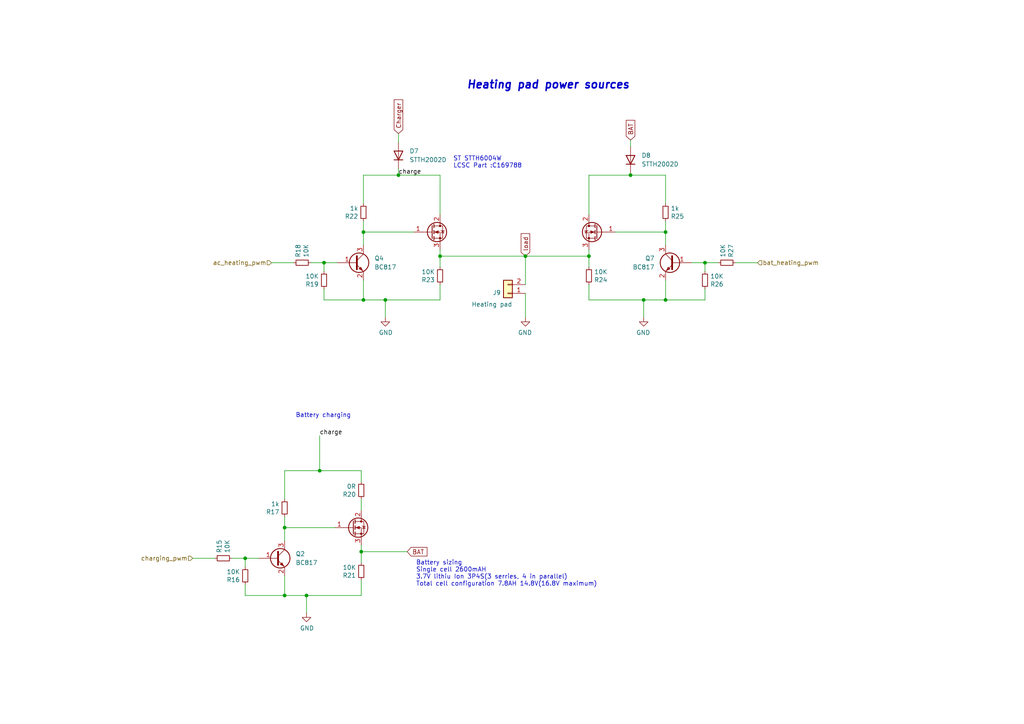
<source format=kicad_sch>
(kicad_sch (version 20230121) (generator eeschema)
  (paper "A4")
  (title_block (title "Neonest v 1.3") (date "2025-08-07") (company "Che innovations"))
  (lib_symbols
    (symbol "Connector_Generic:Conn_01x02" (pin_names (offset 1.016) hide)
      (property "Reference" "J" (at 0 2.54 0))
      (property "Value" "Conn_01x02" (at 0 -5.08 0))
      (symbol "Conn_01x02_1_1"
        (rectangle (start -1.27 -2.413) (end 0 -2.667) (stroke (width 0.1524)))
        (rectangle (start -1.27 0.127) (end 0 -0.127) (stroke (width 0.1524)))
        (rectangle (start -1.27 1.27) (end 1.27 -3.81) (stroke (width 0.254)) (fill (type background)))
        (pin passive line (at -5.08 0 0) (length 3.81) (name "Pin_1") (number "1"))
        (pin passive line (at -5.08 -2.54 0) (length 3.81) (name "Pin_2") (number "2"))
      )
    )
    (symbol "Device:R_Small" (pin_numbers hide) (pin_names (offset 0.254) hide)
      (property "Reference" "R" (at 0.762 0.508 0))
      (property "Value" "R_Small" (at 0.762 -1.016 0))
      (symbol "R_Small_0_1"
        (rectangle (start -0.762 1.778) (end 0.762 -1.778) (stroke (width 0.2032)))
      )
      (symbol "R_Small_1_1"
        (pin passive line (at 0 2.54 270) (length 0.762) (name "~") (number "1"))
        (pin passive line (at 0 -2.54 90) (length 0.762) (name "~") (number "2"))
      )
    )
    (symbol "Diode:STTH2002D" (pin_numbers hide) (pin_names hide)
      (property "Reference" "D" (at 0 2.54 0))
      (property "Value" "STTH2002D" (at 0 -2.54 0))
      (symbol "STTH2002D_0_0"
        (pin no_connect line (at 0 0 90) (length 2.54) hide (name "NC") (number "3"))
      )
      (symbol "STTH2002D_0_1"
        (polyline (pts (xy -1.27 1.27) (xy -1.27 -1.27)) (stroke (width 0.254)))
        (polyline (pts (xy 1.27 0) (xy -1.27 0)))
        (polyline (pts (xy 1.27 1.27) (xy 1.27 -1.27) (xy -1.27 0) (xy 1.27 1.27)) (stroke (width 0.254)))
      )
      (symbol "STTH2002D_1_1"
        (pin passive line (at -3.81 0 0) (length 2.54) (name "K") (number "1"))
        (pin passive line (at 3.81 0 180) (length 2.54) (name "A") (number "2"))
      )
    )
    (symbol "Transistor_BJT:BC817" (pin_names (offset 0) hide)
      (property "Reference" "Q" (at 5.08 1.905 0))
      (property "Value" "BC817" (at 5.08 0 0))
      (symbol "BC817_0_1"
        (polyline (pts (xy 0.635 0.635) (xy 2.54 2.54)))
        (polyline (pts (xy 0.635 -0.635) (xy 2.54 -2.54) (xy 2.54 -2.54)))
        (polyline (pts (xy 0.635 1.905) (xy 0.635 -1.905) (xy 0.635 -1.905)) (stroke (width 0.508)))
        (polyline (pts (xy 1.27 -1.778) (xy 1.778 -1.27) (xy 2.286 -2.286) (xy 1.27 -1.778) (xy 1.27 -1.778)) (fill (type outline)))
        (circle (center 1.27 0) (radius 2.8194) (stroke (width 0.254)))
      )
      (symbol "BC817_1_1"
        (pin input line (at -5.08 0 0) (length 5.715) (name "B") (number "1"))
        (pin passive line (at 2.54 -5.08 90) (length 2.54) (name "E") (number "2"))
        (pin passive line (at 2.54 5.08 270) (length 2.54) (name "C") (number "3"))
      )
    )
    (symbol "Transistor_FET:STB33N65M2" (pin_names hide)
      (property "Reference" "Q" (at 5.08 1.905 0))
      (property "Value" "STB33N65M2" (at 5.08 0 0))
      (symbol "STB33N65M2_0_1"
        (polyline (pts (xy 0.254 0) (xy -2.54 0)))
        (polyline (pts (xy 0.254 1.905) (xy 0.254 -1.905)) (stroke (width 0.254)))
        (polyline (pts (xy 0.762 -1.27) (xy 0.762 -2.286)) (stroke (width 0.254)))
        (polyline (pts (xy 0.762 0.508) (xy 0.762 -0.508)) (stroke (width 0.254)))
        (polyline (pts (xy 0.762 2.286) (xy 0.762 1.27)) (stroke (width 0.254)))
        (polyline (pts (xy 2.54 2.54) (xy 2.54 1.778)))
        (polyline (pts (xy 2.54 -2.54) (xy 2.54 0) (xy 0.762 0)))
        (polyline (pts (xy 0.762 -1.778) (xy 3.302 -1.778) (xy 3.302 1.778) (xy 0.762 1.778)))
        (polyline (pts (xy 1.016 0) (xy 2.032 0.381) (xy 2.032 -0.381) (xy 1.016 0)) (fill (type outline)))
        (polyline (pts (xy 2.794 0.508) (xy 2.921 0.381) (xy 3.683 0.381) (xy 3.81 0.254)))
        (polyline (pts (xy 3.302 0.381) (xy 2.921 -0.254) (xy 3.683 -0.254) (xy 3.302 0.381)))
        (circle (center 1.651 0) (radius 2.794) (stroke (width 0.254)))
        (circle (center 2.54 -1.778) (radius 0.254) (fill (type outline)))
        (circle (center 2.54 1.778) (radius 0.254) (fill (type outline)))
      )
      (symbol "STB33N65M2_1_1"
        (pin passive line (at -5.08 0 0) (length 2.54) (name "G") (number "1"))
        (pin passive line (at 2.54 5.08 270) (length 2.54) (name "D") (number "2"))
        (pin passive line (at 2.54 -5.08 90) (length 2.54) (name "S") (number "3"))
      )
    )
    (symbol "power:GND" (power) (pin_names (offset 0))
      (property "Value" "GND" (at 0 -3.81 0))
      (symbol "GND_0_1"
        (polyline (pts (xy 0 0) (xy 0 -1.27) (xy 1.27 -1.27) (xy 0 -2.54) (xy -1.27 -1.27) (xy 0 -1.27)))
      )
      (symbol "GND_1_1"
        (pin power_in line (at 0 0 270) (length 0) hide (name "GND") (number "1"))
      )
    )
  )
  (junction (at 111.76 86.995))
  (junction (at 105.41 67.31))
  (junction (at 193.04 67.31))
  (junction (at 82.55 153.035))
  (junction (at 104.775 160.02))
  (junction (at 170.815 74.295))
  (junction (at 71.12 161.925))
  (junction (at 193.04 86.995))
  (junction (at 105.41 86.995))
  (junction (at 182.88 50.8))
  (junction (at 186.69 86.995))
  (junction (at 115.57 50.8))
  (junction (at 152.4 74.295))
  (junction (at 127.635 74.295))
  (junction (at 92.71 136.525))
  (junction (at 88.9 172.72))
  (junction (at 204.47 76.2))
  (junction (at 82.55 172.72))
  (junction (at 93.98 76.2))
  (wire (pts (xy 111.76 86.995) (xy 111.76 92.075)))
  (wire (pts (xy 115.57 50.8) (xy 105.41 50.8)))
  (wire (pts (xy 193.04 67.31) (xy 178.435 67.31)))
  (wire (pts (xy 71.12 172.72) (xy 82.55 172.72)))
  (wire (pts (xy 186.69 86.995) (xy 193.04 86.995)))
  (wire (pts (xy 104.775 136.525) (xy 92.71 136.525)))
  (wire (pts (xy 193.04 81.28) (xy 193.04 86.995)))
  (wire (pts (xy 111.76 86.995) (xy 105.41 86.995)))
  (wire (pts (xy 104.775 139.7) (xy 104.775 136.525)))
  (wire (pts (xy 71.12 161.925) (xy 71.12 164.465)))
  (wire (pts (xy 186.69 86.995) (xy 186.69 92.075)))
  (wire (pts (xy 105.41 81.28) (xy 105.41 86.995)))
  (wire (pts (xy 93.98 86.995) (xy 105.41 86.995)))
  (wire (pts (xy 127.635 50.8) (xy 115.57 50.8)))
  (wire (pts (xy 92.71 136.525) (xy 82.55 136.525)))
  (wire (pts (xy 105.41 64.135) (xy 105.41 67.31)))
  (wire (pts (xy 204.47 86.995) (xy 193.04 86.995)))
  (wire (pts (xy 67.31 161.925) (xy 71.12 161.925)))
  (wire (pts (xy 193.04 64.135) (xy 193.04 67.31)))
  (wire (pts (xy 88.9 172.72) (xy 82.55 172.72)))
  (wire (pts (xy 82.55 149.86) (xy 82.55 153.035)))
  (wire (pts (xy 88.9 172.72) (xy 88.9 177.8)))
  (wire (pts (xy 170.815 74.295) (xy 170.815 77.47)))
  (wire (pts (xy 182.88 50.165) (xy 182.88 50.8)))
  (wire (pts (xy 105.41 67.31) (xy 120.015 67.31)))
  (wire (pts (xy 204.47 76.2) (xy 200.66 76.2)))
  (wire (pts (xy 78.74 76.2) (xy 85.09 76.2)))
  (wire (pts (xy 152.4 74.295) (xy 152.4 82.55)))
  (wire (pts (xy 204.47 83.82) (xy 204.47 86.995)))
  (wire (pts (xy 127.635 86.995) (xy 111.76 86.995)))
  (wire (pts (xy 93.98 83.82) (xy 93.98 86.995)))
  (wire (pts (xy 170.815 50.8) (xy 170.815 62.23)))
  (wire (pts (xy 104.775 147.955) (xy 104.775 144.78)))
  (wire (pts (xy 55.88 161.925) (xy 62.23 161.925)))
  (wire (pts (xy 208.28 76.2) (xy 204.47 76.2)))
  (wire (pts (xy 127.635 72.39) (xy 127.635 74.295)))
  (wire (pts (xy 115.57 38.735) (xy 115.57 41.275)))
  (wire (pts (xy 127.635 62.23) (xy 127.635 50.8)))
  (wire (pts (xy 193.04 50.8) (xy 193.04 59.055)))
  (wire (pts (xy 127.635 82.55) (xy 127.635 86.995)))
  (wire (pts (xy 127.635 74.295) (xy 127.635 77.47)))
  (wire (pts (xy 82.55 167.005) (xy 82.55 172.72)))
  (wire (pts (xy 152.4 85.09) (xy 152.4 92.075)))
  (wire (pts (xy 170.815 74.295) (xy 152.4 74.295)))
  (wire (pts (xy 204.47 76.2) (xy 204.47 78.74)))
  (wire (pts (xy 104.775 160.02) (xy 118.11 160.02)))
  (wire (pts (xy 104.775 172.72) (xy 88.9 172.72)))
  (wire (pts (xy 105.41 67.31) (xy 105.41 71.12)))
  (wire (pts (xy 90.17 76.2) (xy 93.98 76.2)))
  (wire (pts (xy 182.88 40.64) (xy 182.88 42.545)))
  (wire (pts (xy 104.775 168.275) (xy 104.775 172.72)))
  (wire (pts (xy 71.12 161.925) (xy 74.93 161.925)))
  (wire (pts (xy 82.55 153.035) (xy 97.155 153.035)))
  (wire (pts (xy 127.635 74.295) (xy 152.4 74.295)))
  (wire (pts (xy 92.71 126.365) (xy 92.71 136.525)))
  (wire (pts (xy 170.815 82.55) (xy 170.815 86.995)))
  (wire (pts (xy 182.88 50.8) (xy 193.04 50.8)))
  (wire (pts (xy 170.815 86.995) (xy 186.69 86.995)))
  (wire (pts (xy 104.775 160.02) (xy 104.775 163.195)))
  (wire (pts (xy 93.98 76.2) (xy 93.98 78.74)))
  (wire (pts (xy 170.815 72.39) (xy 170.815 74.295)))
  (wire (pts (xy 82.55 136.525) (xy 82.55 144.78)))
  (wire (pts (xy 82.55 153.035) (xy 82.55 156.845)))
  (wire (pts (xy 115.57 48.895) (xy 115.57 50.8)))
  (wire (pts (xy 104.775 158.115) (xy 104.775 160.02)))
  (wire (pts (xy 93.98 76.2) (xy 97.79 76.2)))
  (wire (pts (xy 105.41 50.8) (xy 105.41 59.055)))
  (wire (pts (xy 71.12 169.545) (xy 71.12 172.72)))
  (wire (pts (xy 219.71 76.2) (xy 213.36 76.2)))
  (wire (pts (xy 193.04 67.31) (xy 193.04 71.12)))
  (wire (pts (xy 170.815 50.8) (xy 182.88 50.8)))
  (text "ST STTH6004W\nLCSC Part :C169788\n" (at 131.445 48.895 0) (effects (font (size 1.27 1.27)) (justify left bottom)))
  (text "Battery charging" (at 85.725 121.285 0) (effects (font (size 1.27 1.27)) (justify left bottom)))
  (text "Heating pad power sources" (at 135.255 26.035 0) (effects (font (size 2.2606 2.2606) (thickness 0.4521) bold italic) (justify left bottom)))
  (text "Battery sizing\nSingle cell 2600mAH\n3.7V lithiu Ion 3P4S(3 serries, 4 in parallel)\nTotal cell configuration 7.8AH 14.8V(16.8V maximum)\n" (at 120.65 170.18 0) (effects (font (size 1.27 1.27)) (justify left bottom)))
  (label "charge" (at 92.71 126.365 0))
  (label "charge" (at 115.57 50.8 0))
  (global_label "load" (shape input) (at 152.4 74.295 90) (property "Intersheetrefs" "${INTERSHEET_REFS}" (effects hide)))
  (global_label "BAT" (shape input) (at 182.88 40.64 90) (property "Intersheetrefs" "${INTERSHEET_REFS}" (effects hide)))
  (global_label "BAT" (shape input) (at 118.11 160.02 0) (property "Intersheetrefs" "${INTERSHEET_REFS}" (effects hide)))
  (global_label "Charger" (shape input) (at 115.57 38.735 90) (property "Intersheetrefs" "${INTERSHEET_REFS}" (effects hide)))
  (hierarchical_label "ac_heating_pwm" (shape input) (at 78.74 76.2 180))
  (hierarchical_label "bat_heating_pwm" (shape input) (at 219.71 76.2 0))
  (hierarchical_label "charging_pwm" (shape input) (at 55.88 161.925 180))
  (symbol (lib_id "Device:R_Small") (at 127.635 80.01 180) (unit 1)
    (property "Reference" "R23" (at 126.1364 81.1784 0) (effects (justify left)))
    (property "Value" "10K" (at 126.1364 78.867 0) (effects (justify left)))
    (property "Footprint" "Resistor_SMD:R_0603_1608Metric" (effects hide))
  )
  (symbol (lib_id "Transistor_BJT:BC817") (at 80.01 161.925 0) (unit 1)
    (property "Reference" "Q2" (at 85.725 160.655 0) (effects (justify left)))
    (property "Value" "BC817" (at 85.725 163.195 0) (effects (justify left)))
    (property "Footprint" "Package_TO_SOT_SMD:SOT-23" (effects hide))
    (property "Datasheet" "https://www.onsemi.com/pub/Collateral/BC818-D.pdf" (effects hide))
  )
  (symbol (lib_id "Device:R_Small") (at 104.775 142.24 180) (unit 1)
    (property "Reference" "R20" (at 103.2764 143.4084 0) (effects (justify left)))
    (property "Value" "0R" (at 103.2764 141.097 0) (effects (justify left)))
    (property "Footprint" "Resistor_SMD:R_0603_1608Metric" (effects hide))
  )
  (symbol (lib_id "power:GND") (at 88.9 177.8 0) (unit 1)
    (property "Reference" "#PWR051" (effects hide))
    (property "Value" "GND" (at 89.027 182.1942 0))
  )
  (symbol (lib_id "Device:R_Small") (at 193.04 61.595 0) (mirror x) (unit 1)
    (property "Reference" "R25" (at 194.5386 62.7634 0) (effects (justify left)))
    (property "Value" "1k" (at 194.5386 60.452 0) (effects (justify left)))
    (property "Footprint" "Resistor_SMD:R_0603_1608Metric" (effects hide))
  )
  (symbol (lib_id "power:GND") (at 111.76 92.075 0) (unit 1)
    (property "Reference" "#PWR052" (effects hide))
    (property "Value" "GND" (at 111.887 96.4692 0))
  )
  (symbol (lib_id "Device:R_Small") (at 82.55 147.32 180) (unit 1)
    (property "Reference" "R17" (at 81.0514 148.4884 0) (effects (justify left)))
    (property "Value" "1k" (at 81.0514 146.177 0) (effects (justify left)))
    (property "Footprint" "Resistor_SMD:R_0603_1608Metric" (effects hide))
  )
  (symbol (lib_id "Device:R_Small") (at 93.98 81.28 180) (unit 1)
    (property "Reference" "R19" (at 92.4814 82.4484 0) (effects (justify left)))
    (property "Value" "10K" (at 92.4814 80.137 0) (effects (justify left)))
    (property "Footprint" "Resistor_SMD:R_0603_1608Metric" (effects hide))
  )
  (symbol (lib_id "Device:R_Small") (at 104.775 165.735 180) (unit 1)
    (property "Reference" "R21" (at 103.2764 166.9034 0) (effects (justify left)))
    (property "Value" "10K" (at 103.2764 164.592 0) (effects (justify left)))
    (property "Footprint" "Resistor_SMD:R_0603_1608Metric" (effects hide))
  )
  (symbol (lib_id "Device:R_Small") (at 210.82 76.2 270) (mirror x) (unit 1)
    (property "Reference" "R27" (at 211.9884 74.7014 0) (effects (justify left)))
    (property "Value" "10K" (at 209.677 74.7014 0) (effects (justify left)))
    (property "Footprint" "Resistor_SMD:R_0603_1608Metric" (effects hide))
  )
  (symbol (lib_id "Device:R_Small") (at 105.41 61.595 180) (unit 1)
    (property "Reference" "R22" (at 103.9114 62.7634 0) (effects (justify left)))
    (property "Value" "1k" (at 103.9114 60.452 0) (effects (justify left)))
    (property "Footprint" "Resistor_SMD:R_0603_1608Metric" (effects hide))
  )
  (symbol (lib_id "Transistor_FET:STB33N65M2") (at 125.095 67.31 0) (unit 1)
    (property "Reference" "Q5" (effects hide))
    (property "Value" "STB33N65M2" (effects hide))
    (property "Footprint" "Package_TO_SOT_THT:TO-262-3_Vertical" (effects hide))
    (property "Datasheet" "https://www.st.com/resource/en/datasheet/stb33n65m2.pdf" (effects hide))
  )
  (symbol (lib_id "Diode:STTH2002D") (at 182.88 46.355 90) (unit 1)
    (property "Reference" "D8" (at 186.055 45.085 90) (effects (justify right)))
    (property "Value" "STTH2002D" (at 186.055 47.625 90) (effects (justify right)))
    (property "Footprint" "Package_TO_SOT_THT:TO-220-2_Vertical" (effects hide))
    (property "Datasheet" "https://www.st.com/resource/en/datasheet/stth2002.pdf" (effects hide))
  )
  (symbol (lib_id "Device:R_Small") (at 170.815 80.01 0) (mirror x) (unit 1)
    (property "Reference" "R24" (at 172.3136 81.1784 0) (effects (justify left)))
    (property "Value" "10K" (at 172.3136 78.867 0) (effects (justify left)))
    (property "Footprint" "Resistor_SMD:R_0603_1608Metric" (effects hide))
  )
  (symbol (lib_id "Transistor_FET:STB33N65M2") (at 173.355 67.31 0) (mirror y) (unit 1)
    (property "Reference" "Q6" (effects hide))
    (property "Value" "STB33N65M2" (effects hide))
    (property "Footprint" "Package_TO_SOT_THT:TO-262-3_Vertical" (effects hide))
    (property "Datasheet" "https://www.st.com/resource/en/datasheet/stb33n65m2.pdf" (effects hide))
  )
  (symbol (lib_id "Device:R_Small") (at 87.63 76.2 90) (unit 1)
    (property "Reference" "R18" (at 86.4616 74.7014 0) (effects (justify left)))
    (property "Value" "10K" (at 88.773 74.7014 0) (effects (justify left)))
    (property "Footprint" "Resistor_SMD:R_0603_1608Metric" (effects hide))
  )
  (symbol (lib_id "Transistor_BJT:BC817") (at 195.58 76.2 0) (mirror y) (unit 1)
    (property "Reference" "Q7" (at 189.865 74.93 0) (effects (justify left)))
    (property "Value" "BC817" (at 189.865 77.47 0) (effects (justify left)))
    (property "Footprint" "Package_TO_SOT_SMD:SOT-23" (effects hide))
    (property "Datasheet" "https://www.onsemi.com/pub/Collateral/BC818-D.pdf" (effects hide))
  )
  (symbol (lib_id "Transistor_FET:STB33N65M2") (at 102.235 153.035 0) (unit 1)
    (property "Reference" "Q3" (effects hide))
    (property "Value" "STB33N65M2" (effects hide))
    (property "Footprint" "Package_TO_SOT_THT:TO-262-3_Vertical" (effects hide))
    (property "Datasheet" "https://www.st.com/resource/en/datasheet/stb33n65m2.pdf" (effects hide))
  )
  (symbol (lib_id "power:GND") (at 186.69 92.075 0) (mirror y) (unit 1)
    (property "Reference" "#PWR054" (effects hide))
    (property "Value" "GND" (at 186.563 96.4692 0))
  )
  (symbol (lib_id "Device:R_Small") (at 204.47 81.28 0) (mirror x) (unit 1)
    (property "Reference" "R26" (at 205.9686 82.4484 0) (effects (justify left)))
    (property "Value" "10K" (at 205.9686 80.137 0) (effects (justify left)))
    (property "Footprint" "Resistor_SMD:R_0603_1608Metric" (effects hide))
  )
  (symbol (lib_id "power:GND") (at 152.4 92.075 0) (mirror y) (unit 1)
    (property "Reference" "#PWR053" (effects hide))
    (property "Value" "GND" (at 152.273 96.4692 0))
  )
  (symbol (lib_id "Diode:STTH2002D") (at 115.57 45.085 90) (unit 1)
    (property "Reference" "D7" (at 118.745 43.815 90) (effects (justify right)))
    (property "Value" "STTH2002D" (at 118.745 46.355 90) (effects (justify right)))
    (property "Footprint" "Package_TO_SOT_THT:TO-220-2_Vertical" (effects hide))
    (property "Datasheet" "https://www.st.com/resource/en/datasheet/stth2002.pdf" (effects hide))
  )
  (symbol (lib_id "Connector_Generic:Conn_01x02") (at 147.32 85.09 180) (unit 1)
    (property "Reference" "J9" (at 145.288 84.8868 0) (effects (justify left)))
    (property "Value" "Heating pad" (at 148.59 88.265 0) (effects (justify left)))
    (property "Footprint" "25A_Terminal_Block:TerminalBlock_Dinkle_DT-55-B01X-02_P10.00mm" (effects hide))
  )
  (symbol (lib_id "Device:R_Small") (at 64.77 161.925 90) (unit 1)
    (property "Reference" "R15" (at 63.6016 160.4264 0) (effects (justify left)))
    (property "Value" "10K" (at 65.913 160.4264 0) (effects (justify left)))
    (property "Footprint" "Resistor_SMD:R_0603_1608Metric" (effects hide))
  )
  (symbol (lib_id "Transistor_BJT:BC817") (at 102.87 76.2 0) (unit 1)
    (property "Reference" "Q4" (at 108.585 74.93 0) (effects (justify left)))
    (property "Value" "BC817" (at 108.585 77.47 0) (effects (justify left)))
    (property "Footprint" "Package_TO_SOT_SMD:SOT-23" (effects hide))
    (property "Datasheet" "https://www.onsemi.com/pub/Collateral/BC818-D.pdf" (effects hide))
  )
  (symbol (lib_id "Device:R_Small") (at 71.12 167.005 180) (unit 1)
    (property "Reference" "R16" (at 69.6214 168.1734 0) (effects (justify left)))
    (property "Value" "10K" (at 69.6214 165.862 0) (effects (justify left)))
    (property "Footprint" "Resistor_SMD:R_0603_1608Metric" (effects hide))
  )
)
</source>
